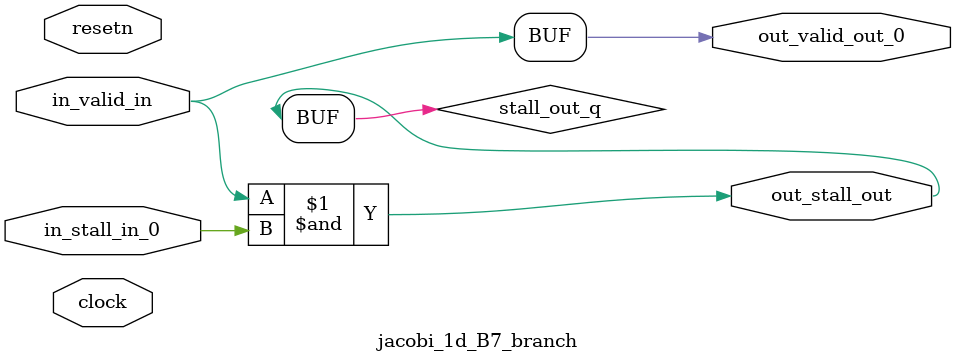
<source format=sv>



(* altera_attribute = "-name AUTO_SHIFT_REGISTER_RECOGNITION OFF; -name MESSAGE_DISABLE 10036; -name MESSAGE_DISABLE 10037; -name MESSAGE_DISABLE 14130; -name MESSAGE_DISABLE 14320; -name MESSAGE_DISABLE 15400; -name MESSAGE_DISABLE 14130; -name MESSAGE_DISABLE 10036; -name MESSAGE_DISABLE 12020; -name MESSAGE_DISABLE 12030; -name MESSAGE_DISABLE 12010; -name MESSAGE_DISABLE 12110; -name MESSAGE_DISABLE 14320; -name MESSAGE_DISABLE 13410; -name MESSAGE_DISABLE 113007; -name MESSAGE_DISABLE 10958" *)
module jacobi_1d_B7_branch (
    input wire [0:0] in_stall_in_0,
    input wire [0:0] in_valid_in,
    output wire [0:0] out_stall_out,
    output wire [0:0] out_valid_out_0,
    input wire clock,
    input wire resetn
    );

    wire [0:0] stall_out_q;


    // stall_out(LOGICAL,6)
    assign stall_out_q = in_valid_in & in_stall_in_0;

    // out_stall_out(GPOUT,4)
    assign out_stall_out = stall_out_q;

    // out_valid_out_0(GPOUT,5)
    assign out_valid_out_0 = in_valid_in;

endmodule

</source>
